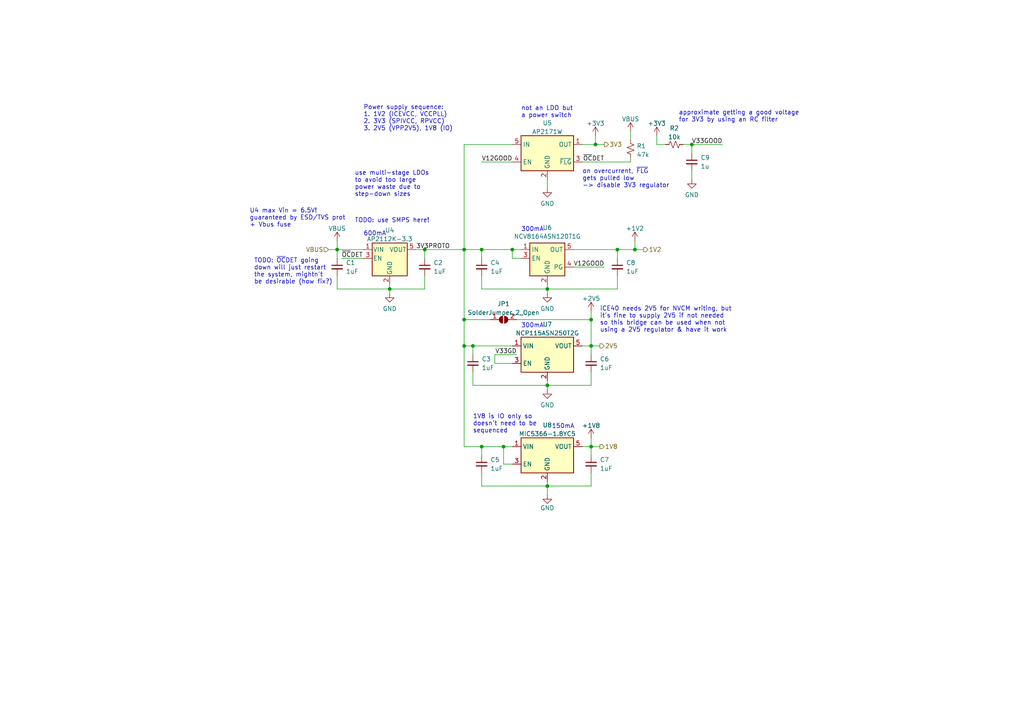
<source format=kicad_sch>
(kicad_sch (version 20211123) (generator eeschema)
  (paper "A4")
  (lib_symbols
    (symbol "Device:C_Small" (pin_numbers hide) (pin_names (offset 0.254) hide)
      (property "Reference" "C" (at 0.254 1.778 0))
      (property "Value" "C_Small" (at 0.254 -2.032 0))
      (symbol "C_Small_0_1"
        (polyline (pts (xy -1.524 -0.508) (xy 1.524 -0.508)) (stroke (width 0.3302)))
        (polyline (pts (xy -1.524 0.508) (xy 1.524 0.508)) (stroke (width 0.3048)))
      )
      (symbol "C_Small_1_1"
        (pin passive line (at 0 2.54 270) (length 2.032) (name "~") (number "1"))
        (pin passive line (at 0 -2.54 90) (length 2.032) (name "~") (number "2"))
      )
    )
    (symbol "Device:R_Small_US" (pin_numbers hide) (pin_names (offset 0.254) hide)
      (property "Reference" "R" (at 0.762 0.508 0))
      (property "Value" "R_Small_US" (at 0.762 -1.016 0))
      (symbol "R_Small_US_1_1"
        (polyline (pts (xy 0 0) (xy 1.016 -0.381) (xy 0 -0.762) (xy -1.016 -1.143) (xy 0 -1.524)))
        (polyline (pts (xy 0 1.524) (xy 1.016 1.143) (xy 0 0.762) (xy -1.016 0.381) (xy 0 0)))
        (pin passive line (at 0 2.54 270) (length 1.016) (name "~") (number "1"))
        (pin passive line (at 0 -2.54 90) (length 1.016) (name "~") (number "2"))
      )
    )
    (symbol "Jumper:SolderJumper_2_Open" (pin_names (offset 0) hide)
      (property "Reference" "JP" (at 0 2.032 0))
      (property "Value" "SolderJumper_2_Open" (at 0 -2.54 0))
      (symbol "SolderJumper_2_Open_0_1"
        (arc (start -0.254 1.016) (mid -1.27 0) (end -0.254 -1.016))
        (arc (start -0.254 1.016) (mid -1.27 0) (end -0.254 -1.016) (fill (type outline)))
        (polyline (pts (xy -0.254 1.016) (xy -0.254 -1.016)))
        (polyline (pts (xy 0.254 1.016) (xy 0.254 -1.016)))
        (arc (start 0.254 -1.016) (mid 1.27 0) (end 0.254 1.016))
        (arc (start 0.254 -1.016) (mid 1.27 0) (end 0.254 1.016) (fill (type outline)))
      )
      (symbol "SolderJumper_2_Open_1_1"
        (pin passive line (at -3.81 0 0) (length 2.54) (name "A") (number "1"))
        (pin passive line (at 3.81 0 180) (length 2.54) (name "B") (number "2"))
      )
    )
    (symbol "Power_Management:AP2171W"
      (property "Reference" "U" (at -7.62 -6.35 0))
      (property "Value" "AP2171W" (at -7.62 6.35 0))
      (symbol "AP2171W_0_1"
        (rectangle (start -7.62 5.08) (end 7.62 -5.08) (stroke (width 0.254)) (fill (type background)))
      )
      (symbol "AP2171W_1_1"
        (pin power_out line (at 10.16 2.54 180) (length 2.54) (name "OUT") (number "1"))
        (pin power_in line (at 0 -7.62 90) (length 2.54) (name "GND") (number "2"))
        (pin open_collector line (at 10.16 -2.54 180) (length 2.54) (name "~{FLG}") (number "3"))
        (pin input line (at -10.16 -2.54 0) (length 2.54) (name "EN") (number "4"))
        (pin power_in line (at -10.16 2.54 0) (length 2.54) (name "IN") (number "5"))
      )
    )
    (symbol "Regulator_Linear:AP2112K-3.3" (pin_names (offset 0.254))
      (property "Reference" "U" (at -5.08 5.715 0))
      (property "Value" "AP2112K-3.3" (at 0 5.715 0))
      (symbol "AP2112K-3.3_0_1"
        (rectangle (start -5.08 4.445) (end 5.08 -5.08) (stroke (width 0.254)) (fill (type background)))
      )
      (symbol "AP2112K-3.3_1_1"
        (pin power_in line (at -7.62 2.54 0) (length 2.54) (name "VIN") (number "1"))
        (pin power_in line (at 0 -7.62 90) (length 2.54) (name "GND") (number "2"))
        (pin input line (at -7.62 0 0) (length 2.54) (name "EN") (number "3"))
        (pin no_connect line (at 5.08 0 180) (length 2.54) hide (name "NC") (number "4"))
        (pin power_out line (at 7.62 2.54 180) (length 2.54) (name "VOUT") (number "5"))
      )
    )
    (symbol "Regulator_Linear:MIC5365-3.3YC5"
      (property "Reference" "U" (at -6.35 6.35 0))
      (property "Value" "MIC5365-3.3YC5" (at 0 6.35 0))
      (symbol "MIC5365-3.3YC5_0_1"
        (rectangle (start -7.62 -5.08) (end 7.62 5.08) (stroke (width 0.254)) (fill (type background)))
      )
      (symbol "MIC5365-3.3YC5_1_1"
        (pin power_in line (at -10.16 2.54 0) (length 2.54) (name "VIN") (number "1"))
        (pin power_in line (at 0 -7.62 90) (length 2.54) (name "GND") (number "2"))
        (pin input line (at -10.16 -2.54 0) (length 2.54) (name "EN") (number "3"))
        (pin no_connect line (at 7.62 -2.54 180) (length 2.54) hide (name "NC") (number "4"))
        (pin power_out line (at 10.16 2.54 180) (length 2.54) (name "VOUT") (number "5"))
      )
    )
    (symbol "iCE2040:NCV8164ASN120T1G"
      (property "Reference" "U" (at 0 7.62 0))
      (property "Value" "NCV8164ASN120T1G" (at 0 5.08 0))
      (symbol "NCV8164ASN120T1G_0_1"
        (rectangle (start -5.08 3.175) (end 5.08 -6.35) (stroke (width 0.254)) (fill (type background)))
      )
      (symbol "NCV8164ASN120T1G_1_1"
        (pin power_in line (at -7.62 1.27 0) (length 2.54) (name "IN") (number "1"))
        (pin power_in line (at 0 -8.89 90) (length 2.54) (name "GND") (number "2"))
        (pin input line (at -7.62 -1.27 0) (length 2.54) (name "EN") (number "3"))
        (pin output line (at 7.62 -3.81 180) (length 2.54) (name "PG") (number "4"))
        (pin power_out line (at 7.62 1.27 180) (length 2.54) (name "OUT") (number "5"))
      )
    )
    (symbol "power:+1V2" (power) (pin_names (offset 0))
      (property "Value" "+1V2" (at 0 3.556 0))
      (symbol "+1V2_0_1"
        (polyline (pts (xy -0.762 1.27) (xy 0 2.54)))
        (polyline (pts (xy 0 0) (xy 0 2.54)))
        (polyline (pts (xy 0 2.54) (xy 0.762 1.27)))
      )
      (symbol "+1V2_1_1"
        (pin power_in line (at 0 0 90) (length 0) hide (name "+1V2") (number "1"))
      )
    )
    (symbol "power:+1V8" (power) (pin_names (offset 0))
      (property "Value" "+1V8" (at 0 3.556 0))
      (symbol "+1V8_0_1"
        (polyline (pts (xy -0.762 1.27) (xy 0 2.54)))
        (polyline (pts (xy 0 0) (xy 0 2.54)))
        (polyline (pts (xy 0 2.54) (xy 0.762 1.27)))
      )
      (symbol "+1V8_1_1"
        (pin power_in line (at 0 0 90) (length 0) hide (name "+1V8") (number "1"))
      )
    )
    (symbol "power:+2V5" (power) (pin_names (offset 0))
      (property "Value" "+2V5" (at 0 3.556 0))
      (symbol "+2V5_0_1"
        (polyline (pts (xy -0.762 1.27) (xy 0 2.54)))
        (polyline (pts (xy 0 0) (xy 0 2.54)))
        (polyline (pts (xy 0 2.54) (xy 0.762 1.27)))
      )
      (symbol "+2V5_1_1"
        (pin power_in line (at 0 0 90) (length 0) hide (name "+2V5") (number "1"))
      )
    )
    (symbol "power:+3V3" (power) (pin_names (offset 0))
      (property "Value" "+3V3" (at 0 3.556 0))
      (symbol "+3V3_0_1"
        (polyline (pts (xy -0.762 1.27) (xy 0 2.54)))
        (polyline (pts (xy 0 0) (xy 0 2.54)))
        (polyline (pts (xy 0 2.54) (xy 0.762 1.27)))
      )
      (symbol "+3V3_1_1"
        (pin power_in line (at 0 0 90) (length 0) hide (name "+3V3") (number "1"))
      )
    )
    (symbol "power:GND" (power) (pin_names (offset 0))
      (property "Value" "GND" (at 0 -3.81 0))
      (symbol "GND_0_1"
        (polyline (pts (xy 0 0) (xy 0 -1.27) (xy 1.27 -1.27) (xy 0 -2.54) (xy -1.27 -1.27) (xy 0 -1.27)))
      )
      (symbol "GND_1_1"
        (pin power_in line (at 0 0 270) (length 0) hide (name "GND") (number "1"))
      )
    )
    (symbol "power:VBUS" (power) (pin_names (offset 0))
      (property "Value" "VBUS" (at 0 3.81 0))
      (symbol "VBUS_0_1"
        (polyline (pts (xy -0.762 1.27) (xy 0 2.54)))
        (polyline (pts (xy 0 0) (xy 0 2.54)))
        (polyline (pts (xy 0 2.54) (xy 0.762 1.27)))
      )
      (symbol "VBUS_1_1"
        (pin power_in line (at 0 0 90) (length 0) hide (name "VBUS") (number "1"))
      )
    )
  )
  (junction (at 148.59 72.39))
  (junction (at 134.62 92.71))
  (junction (at 171.45 100.33))
  (junction (at 184.15 72.39))
  (junction (at 97.79 72.39))
  (junction (at 171.45 129.54))
  (junction (at 158.75 140.97))
  (junction (at 137.16 100.33))
  (junction (at 179.07 72.39))
  (junction (at 172.72 41.91))
  (junction (at 171.45 92.71))
  (junction (at 158.75 111.76))
  (junction (at 134.62 100.33))
  (junction (at 200.66 41.91))
  (junction (at 139.7 72.39))
  (junction (at 113.03 83.82))
  (junction (at 139.7 129.54))
  (junction (at 158.75 83.82))
  (junction (at 123.19 72.39))
  (junction (at 146.05 129.54))
  (junction (at 134.62 72.39))
  (wire (pts (xy 171.45 100.33) (xy 173.99 100.33)))
  (wire (pts (xy 97.79 72.39) (xy 105.41 72.39)))
  (wire (pts (xy 143.51 105.41) (xy 148.59 105.41)))
  (wire (pts (xy 172.72 41.91) (xy 175.26 41.91)))
  (wire (pts (xy 97.79 83.82) (xy 113.03 83.82)))
  (wire (pts (xy 184.15 69.85) (xy 184.15 72.39)))
  (wire (pts (xy 179.07 72.39) (xy 184.15 72.39)))
  (wire (pts (xy 139.7 129.54) (xy 146.05 129.54)))
  (wire (pts (xy 139.7 129.54) (xy 139.7 132.08)))
  (wire (pts (xy 139.7 72.39) (xy 148.59 72.39)))
  (wire (pts (xy 139.7 72.39) (xy 139.7 74.93)))
  (wire (pts (xy 139.7 80.01) (xy 139.7 83.82)))
  (wire (pts (xy 182.88 45.72) (xy 182.88 46.99)))
  (wire (pts (xy 143.51 102.87) (xy 149.86 102.87)))
  (wire (pts (xy 137.16 100.33) (xy 137.16 102.87)))
  (wire (pts (xy 97.79 72.39) (xy 97.79 74.93)))
  (wire (pts (xy 137.16 100.33) (xy 148.59 100.33)))
  (wire (pts (xy 134.62 92.71) (xy 142.24 92.71)))
  (wire (pts (xy 134.62 41.91) (xy 134.62 72.39)))
  (wire (pts (xy 99.06 74.93) (xy 105.41 74.93)))
  (wire (pts (xy 134.62 41.91) (xy 148.59 41.91)))
  (wire (pts (xy 171.45 140.97) (xy 158.75 140.97)))
  (wire (pts (xy 184.15 72.39) (xy 186.69 72.39)))
  (wire (pts (xy 158.75 140.97) (xy 158.75 143.51)))
  (wire (pts (xy 123.19 72.39) (xy 134.62 72.39)))
  (wire (pts (xy 158.75 139.7) (xy 158.75 140.97)))
  (wire (pts (xy 137.16 111.76) (xy 158.75 111.76)))
  (wire (pts (xy 148.59 134.62) (xy 146.05 134.62)))
  (wire (pts (xy 139.7 137.16) (xy 139.7 140.97)))
  (wire (pts (xy 134.62 129.54) (xy 139.7 129.54)))
  (wire (pts (xy 171.45 111.76) (xy 158.75 111.76)))
  (wire (pts (xy 171.45 129.54) (xy 171.45 132.08)))
  (wire (pts (xy 149.86 92.71) (xy 171.45 92.71)))
  (wire (pts (xy 143.51 105.41) (xy 143.51 102.87)))
  (wire (pts (xy 134.62 92.71) (xy 134.62 100.33)))
  (wire (pts (xy 134.62 100.33) (xy 134.62 129.54)))
  (wire (pts (xy 146.05 129.54) (xy 148.59 129.54)))
  (wire (pts (xy 190.5 41.91) (xy 193.04 41.91)))
  (wire (pts (xy 158.75 111.76) (xy 158.75 110.49)))
  (wire (pts (xy 179.07 80.01) (xy 179.07 83.82)))
  (wire (pts (xy 166.37 77.47) (xy 175.26 77.47)))
  (wire (pts (xy 134.62 100.33) (xy 137.16 100.33)))
  (wire (pts (xy 171.45 107.95) (xy 171.45 111.76)))
  (wire (pts (xy 95.25 72.39) (xy 97.79 72.39)))
  (wire (pts (xy 139.7 140.97) (xy 158.75 140.97)))
  (wire (pts (xy 171.45 127) (xy 171.45 129.54)))
  (wire (pts (xy 97.79 80.01) (xy 97.79 83.82)))
  (wire (pts (xy 139.7 83.82) (xy 158.75 83.82)))
  (wire (pts (xy 168.91 41.91) (xy 172.72 41.91)))
  (wire (pts (xy 139.7 46.99) (xy 148.59 46.99)))
  (wire (pts (xy 158.75 82.55) (xy 158.75 83.82)))
  (wire (pts (xy 113.03 82.55) (xy 113.03 83.82)))
  (wire (pts (xy 179.07 72.39) (xy 179.07 74.93)))
  (wire (pts (xy 158.75 52.07) (xy 158.75 54.61)))
  (wire (pts (xy 171.45 137.16) (xy 171.45 140.97)))
  (wire (pts (xy 200.66 41.91) (xy 209.55 41.91)))
  (wire (pts (xy 171.45 90.17) (xy 171.45 92.71)))
  (wire (pts (xy 123.19 83.82) (xy 113.03 83.82)))
  (wire (pts (xy 123.19 80.01) (xy 123.19 83.82)))
  (wire (pts (xy 168.91 100.33) (xy 171.45 100.33)))
  (wire (pts (xy 171.45 92.71) (xy 171.45 100.33)))
  (wire (pts (xy 200.66 41.91) (xy 200.66 44.45)))
  (wire (pts (xy 171.45 129.54) (xy 173.99 129.54)))
  (wire (pts (xy 113.03 83.82) (xy 113.03 85.09)))
  (wire (pts (xy 146.05 134.62) (xy 146.05 129.54)))
  (wire (pts (xy 190.5 41.91) (xy 190.5 39.37)))
  (wire (pts (xy 179.07 83.82) (xy 158.75 83.82)))
  (wire (pts (xy 166.37 72.39) (xy 179.07 72.39)))
  (wire (pts (xy 168.91 46.99) (xy 182.88 46.99)))
  (wire (pts (xy 182.88 38.1) (xy 182.88 40.64)))
  (wire (pts (xy 97.79 69.85) (xy 97.79 72.39)))
  (wire (pts (xy 172.72 41.91) (xy 172.72 39.37)))
  (wire (pts (xy 158.75 111.76) (xy 158.75 113.03)))
  (wire (pts (xy 137.16 107.95) (xy 137.16 111.76)))
  (wire (pts (xy 123.19 72.39) (xy 123.19 74.93)))
  (wire (pts (xy 134.62 72.39) (xy 134.62 92.71)))
  (wire (pts (xy 168.91 129.54) (xy 171.45 129.54)))
  (wire (pts (xy 158.75 83.82) (xy 158.75 85.09)))
  (wire (pts (xy 200.66 49.53) (xy 200.66 52.07)))
  (wire (pts (xy 171.45 100.33) (xy 171.45 102.87)))
  (wire (pts (xy 134.62 72.39) (xy 139.7 72.39)))
  (wire (pts (xy 120.65 72.39) (xy 123.19 72.39)))
  (wire (pts (xy 148.59 72.39) (xy 151.13 72.39)))
  (wire (pts (xy 198.12 41.91) (xy 200.66 41.91)))
  (wire (pts (xy 151.13 74.93) (xy 148.59 74.93)))
  (wire (pts (xy 148.59 74.93) (xy 148.59 72.39)))
  (text "1V8 is IO only so\ndoesn't need to be\nsequenced" (at 137.16 125.73 0) (effects (font (size 1.27 1.27)) (justify left bottom)))
  (text "not an LDO but\na power switch" (at 151.13 34.29 0) (effects (font (size 1.27 1.27)) (justify left bottom)))
  (text "Power supply sequence:\n1. 1V2 (ICEVCC, VCCPLL)\n2. 3V3 (SPIVCC, RPVCC)\n3. 2V5 (VPP2V5), 1V8 (IO)" (at 105.41 38.1 0) (effects (font (size 1.27 1.27)) (justify left bottom)))
  (text "TODO: use SMPS here!" (at 102.87 64.77 0) (effects (font (size 1.27 1.27)) (justify left bottom)))
  (text "approximate getting a good voltage \nfor 3V3 by using an RC filter" (at 196.85 35.56 0) (effects (font (size 1.27 1.27)) (justify left bottom)))
  (text "on overcurrent, ~{FLG}\ngets pulled low\n-> disable 3V3 regulator" (at 168.91 54.61 0) (effects (font (size 1.27 1.27)) (justify left bottom)))
  (text "TODO: ~{OC}DET going\ndown will just restart\nthe system, mightn't\nbe desirable (how fix?)" (at 73.66 82.55 0) (effects (font (size 1.27 1.27)) (justify left bottom)))
  (text "use multi-stage LDOs\nto avoid too large\npower waste due to\nstep-down sizes" (at 102.87 57.15 0) (effects (font (size 1.27 1.27)) (justify left bottom)))
  (text "U4 max Vin = 6.5V!\nguaranteed by ESD/TVS prot\n+ Vbus fuse" (at 72.39 66.04 0) (effects (font (size 1.27 1.27)) (justify left bottom)))
  (text "150mA" (at 160.02 124.46 0) (effects (font (size 1.27 1.27)) (justify left bottom)))
  (text "600mA" (at 105.41 68.58 0) (effects (font (size 1.27 1.27)) (justify left bottom)))
  (text "300mA" (at 151.13 67.31 0) (effects (font (size 1.27 1.27)) (justify left bottom)))
  (text "300mA" (at 151.13 95.25 0) (effects (font (size 1.27 1.27)) (justify left bottom)))
  (text "iCE40 needs 2V5 for NVCM writing, but\nit's fine to supply 2V5 if not needed\nso this bridge can be used when not\nusing a 2V5 regulator & have it work" (at 173.99 96.52 0) (effects (font (size 1.27 1.27)) (justify left bottom)))
  (label "~{OC}DET" (at 99.06 74.93 0))
  (label "V12GOOD" (at 139.7 46.99 0))
  (label "~{OC}DET" (at 175.26 46.99 180))
  (label "3V3PROTO" (at 120.65 72.39 0))
  (label "V12GOOD" (at 175.26 77.47 180))
  (label "V33GD" (at 149.86 102.87 180))
  (label "V33GOOD" (at 209.55 41.91 180))
  (hierarchical_label "2V5" (shape output) (at 173.99 100.33 0))
  (hierarchical_label "1V8" (shape output) (at 173.99 129.54 0))
  (hierarchical_label "1V2" (shape output) (at 186.69 72.39 0))
  (hierarchical_label "VBUS" (shape input) (at 95.25 72.39 180))
  (hierarchical_label "3V3" (shape output) (at 175.26 41.91 0))
  (symbol (lib_id "Device:C_Small") (at 171.45 105.41 0) (unit 1)
    (property "Reference" "C6" (at 173.99 104.1431 0) (effects (justify left)))
    (property "Value" "1uF" (at 173.99 106.68 0) (effects (justify left)))
    (property "Footprint" "Capacitor_SMD:C_0603_1608Metric" (effects hide))
  )
  (symbol (lib_id "Device:C_Small") (at 137.16 105.41 0) (unit 1)
    (property "Reference" "C3" (at 139.7 104.1431 0) (effects (justify left)))
    (property "Value" "1uF" (at 139.7 106.68 0) (effects (justify left)))
    (property "Footprint" "Capacitor_SMD:C_0603_1608Metric" (effects hide))
  )
  (symbol (lib_id "power:+2V5") (at 171.45 90.17 0) (unit 1)
    (property "Reference" "#PWR08" (effects hide))
    (property "Value" "+2V5" (at 171.45 86.5942 0))
  )
  (symbol (lib_id "Regulator_Linear:AP2112K-3.3") (at 113.03 74.93 0) (unit 1)
    (property "Reference" "U4" (at 113.03 66.7852 0))
    (property "Value" "AP2112K-3.3" (at 113.03 69.3221 0))
    (property "Footprint" "Package_TO_SOT_SMD:SOT-23-5" (effects hide))
    (property "Datasheet" "https://www.diodes.com/assets/Datasheets/AP2112.pdf" (effects hide))
  )
  (symbol (lib_id "Jumper:SolderJumper_2_Open") (at 146.05 92.71 0) (unit 1)
    (property "Reference" "JP1" (at 146.05 88.1212 0))
    (property "Value" "SolderJumper_2_Open" (at 146.05 90.6581 0))
    (property "Footprint" "Jumper:SolderJumper-2_P1.3mm_Open_RoundedPad1.0x1.5mm" (effects hide))
  )
  (symbol (lib_id "Regulator_Linear:MIC5365-3.3YC5") (at 158.75 132.08 0) (unit 1)
    (property "Reference" "U8" (at 158.75 123.3002 0))
    (property "Value" "MIC5366-1.8YC5" (at 158.75 125.8371 0))
    (property "Footprint" "Package_TO_SOT_SMD:SOT-353_SC-70-5" (effects hide))
    (property "Datasheet" "http://ww1.microchip.com/downloads/en/DeviceDoc/mic5365.pdf" (effects hide))
  )
  (symbol (lib_id "Device:C_Small") (at 200.66 46.99 0) (unit 1)
    (property "Reference" "C9" (at 203.2 45.7231 0) (effects (justify left)))
    (property "Value" "1u" (at 203.2 48.26 0) (effects (justify left)))
    (property "Footprint" "Capacitor_SMD:C_0603_1608Metric" (effects hide))
  )
  (symbol (lib_id "power:+3V3") (at 190.5 39.37 0) (unit 1)
    (property "Reference" "#PWR012" (effects hide))
    (property "Value" "+3V3" (at 190.5 35.7942 0))
  )
  (symbol (lib_id "Device:C_Small") (at 139.7 77.47 0) (unit 1)
    (property "Reference" "C4" (at 142.24 76.2 0) (effects (justify left)))
    (property "Value" "1uF" (at 142.24 78.7369 0) (effects (justify left)))
    (property "Footprint" "Capacitor_SMD:C_0603_1608Metric" (effects hide))
  )
  (symbol (lib_id "power:GND") (at 200.66 52.07 0) (unit 1)
    (property "Reference" "#PWR013" (effects hide))
    (property "Value" "GND" (at 200.66 56.5134 0))
  )
  (symbol (lib_id "Device:C_Small") (at 171.45 134.62 0) (unit 1)
    (property "Reference" "C7" (at 173.99 133.3531 0) (effects (justify left)))
    (property "Value" "1uF" (at 173.99 135.89 0) (effects (justify left)))
    (property "Footprint" "Capacitor_SMD:C_0603_1608Metric" (effects hide))
  )
  (symbol (lib_id "power:GND") (at 158.75 113.03 0) (unit 1)
    (property "Reference" "#PWR05" (effects hide))
    (property "Value" "GND" (at 158.75 117.4734 0))
  )
  (symbol (lib_id "power:GND") (at 158.75 143.51 0) (unit 1)
    (property "Reference" "#PWR06" (effects hide))
    (property "Value" "GND" (at 158.75 147.32 0))
  )
  (symbol (lib_id "power:+3V3") (at 172.72 39.37 0) (unit 1)
    (property "Reference" "#PWR07" (effects hide))
    (property "Value" "+3V3" (at 172.72 35.7942 0))
  )
  (symbol (lib_id "Power_Management:AP2171W") (at 158.75 44.45 0) (unit 1)
    (property "Reference" "U5" (at 158.75 35.6702 0))
    (property "Value" "AP2171W" (at 158.75 38.2071 0))
    (property "Footprint" "Package_TO_SOT_SMD:SOT-23-5" (effects hide))
    (property "Datasheet" "https://www.diodes.com/assets/Datasheets/AP2161.pdf" (effects hide))
  )
  (symbol (lib_id "Device:C_Small") (at 179.07 77.47 0) (unit 1)
    (property "Reference" "C8" (at 181.61 76.2 0) (effects (justify left)))
    (property "Value" "1uF" (at 181.61 78.7369 0) (effects (justify left)))
    (property "Footprint" "Capacitor_SMD:C_0603_1608Metric" (effects hide))
  )
  (symbol (lib_id "Device:C_Small") (at 123.19 77.47 0) (unit 1)
    (property "Reference" "C2" (at 125.73 76.2031 0) (effects (justify left)))
    (property "Value" "1uF" (at 125.73 78.74 0) (effects (justify left)))
    (property "Footprint" "Capacitor_SMD:C_0603_1608Metric" (effects hide))
  )
  (symbol (lib_id "power:VBUS") (at 97.79 69.85 0) (unit 1)
    (property "Reference" "#PWR01" (effects hide))
    (property "Value" "VBUS" (at 97.79 66.2742 0))
  )
  (symbol (lib_id "power:GND") (at 113.03 85.09 0) (unit 1)
    (property "Reference" "#PWR02" (effects hide))
    (property "Value" "GND" (at 113.03 89.5334 0))
  )
  (symbol (lib_id "Device:R_Small_US") (at 182.88 43.18 0) (unit 1)
    (property "Reference" "R1" (at 184.658 42.3453 0) (effects (justify left)))
    (property "Value" "47k" (at 184.658 44.8822 0) (effects (justify left)))
    (property "Footprint" "Resistor_SMD:R_0603_1608Metric" (effects hide))
  )
  (symbol (lib_id "Device:C_Small") (at 97.79 77.47 0) (unit 1)
    (property "Reference" "C1" (at 100.33 76.2 0) (effects (justify left)))
    (property "Value" "1uF" (at 100.33 78.7369 0) (effects (justify left)))
    (property "Footprint" "Capacitor_SMD:C_0603_1608Metric" (effects hide))
  )
  (symbol (lib_id "power:+1V8") (at 171.45 127 0) (unit 1)
    (property "Reference" "#PWR09" (effects hide))
    (property "Value" "+1V8" (at 171.45 123.4242 0))
  )
  (symbol (lib_id "Regulator_Linear:MIC5365-3.3YC5") (at 158.75 102.87 0) (unit 1)
    (property "Reference" "U7" (at 158.75 94.0902 0))
    (property "Value" "NCP115ASN250T2G" (at 158.75 96.6271 0))
    (property "Footprint" "Package_TO_SOT_SMD:TSOT-23-5" (effects hide))
    (property "Datasheet" "https://www.onsemi.com/pub/Collateral/NCP115-D.PDF" (effects hide))
  )
  (symbol (lib_id "power:GND") (at 158.75 85.09 0) (unit 1)
    (property "Reference" "#PWR04" (effects hide))
    (property "Value" "GND" (at 158.75 89.5334 0))
  )
  (symbol (lib_id "power:GND") (at 158.75 54.61 0) (unit 1)
    (property "Reference" "#PWR03" (effects hide))
    (property "Value" "GND" (at 158.75 59.0534 0))
  )
  (symbol (lib_id "Device:C_Small") (at 139.7 134.62 0) (unit 1)
    (property "Reference" "C5" (at 142.24 133.3531 0) (effects (justify left)))
    (property "Value" "1uF" (at 142.24 135.89 0) (effects (justify left)))
    (property "Footprint" "Capacitor_SMD:C_0603_1608Metric" (effects hide))
  )
  (symbol (lib_id "iCE2040:NCV8164ASN120T1G") (at 158.75 73.66 0) (unit 1)
    (property "Reference" "U6" (at 158.75 66.04 0))
    (property "Value" "NCV8164ASN120T1G" (at 158.75 68.5769 0))
    (property "Footprint" "Package_TO_SOT_SMD:TSOT-23-5" (effects hide))
    (property "Datasheet" "https://www.onsemi.com/download/data-sheet/pdf/ncv8164-d.pdf" (effects hide))
  )
  (symbol (lib_id "power:+1V2") (at 184.15 69.85 0) (unit 1)
    (property "Reference" "#PWR011" (effects hide))
    (property "Value" "+1V2" (at 184.15 66.2742 0))
  )
  (symbol (lib_id "Device:R_Small_US") (at 195.58 41.91 90) (unit 1)
    (property "Reference" "R2" (at 195.58 37.1942 90))
    (property "Value" "10k" (at 195.58 39.7311 90))
    (property "Footprint" "Resistor_SMD:R_0603_1608Metric" (effects hide))
  )
  (symbol (lib_id "power:VBUS") (at 182.88 38.1 0) (unit 1)
    (property "Reference" "#PWR010" (effects hide))
    (property "Value" "VBUS" (at 182.88 34.5242 0))
  )
)
</source>
